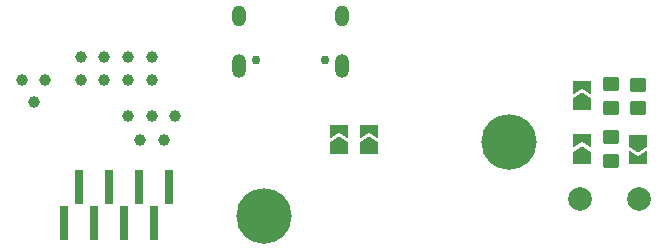
<source format=gbs>
G04 #@! TF.GenerationSoftware,KiCad,Pcbnew,8.0.8-8.0.8-0~ubuntu22.04.1*
G04 #@! TF.CreationDate,2025-01-23T17:55:28+01:00*
G04 #@! TF.ProjectId,kicad_makespace_tutorial,6b696361-645f-46d6-916b-657370616365,v1*
G04 #@! TF.SameCoordinates,Original*
G04 #@! TF.FileFunction,Soldermask,Bot*
G04 #@! TF.FilePolarity,Negative*
%FSLAX46Y46*%
G04 Gerber Fmt 4.6, Leading zero omitted, Abs format (unit mm)*
G04 Created by KiCad (PCBNEW 8.0.8-8.0.8-0~ubuntu22.04.1) date 2025-01-23 17:55:28*
%MOMM*%
%LPD*%
G01*
G04 APERTURE LIST*
G04 Aperture macros list*
%AMRoundRect*
0 Rectangle with rounded corners*
0 $1 Rounding radius*
0 $2 $3 $4 $5 $6 $7 $8 $9 X,Y pos of 4 corners*
0 Add a 4 corners polygon primitive as box body*
4,1,4,$2,$3,$4,$5,$6,$7,$8,$9,$2,$3,0*
0 Add four circle primitives for the rounded corners*
1,1,$1+$1,$2,$3*
1,1,$1+$1,$4,$5*
1,1,$1+$1,$6,$7*
1,1,$1+$1,$8,$9*
0 Add four rect primitives between the rounded corners*
20,1,$1+$1,$2,$3,$4,$5,0*
20,1,$1+$1,$4,$5,$6,$7,0*
20,1,$1+$1,$6,$7,$8,$9,0*
20,1,$1+$1,$8,$9,$2,$3,0*%
%AMFreePoly0*
4,1,6,1.000000,0.000000,0.500000,-0.750000,-0.500000,-0.750000,-0.500000,0.750000,0.500000,0.750000,1.000000,0.000000,1.000000,0.000000,$1*%
%AMFreePoly1*
4,1,6,0.500000,-0.750000,-0.650000,-0.750000,-0.150000,0.000000,-0.650000,0.750000,0.500000,0.750000,0.500000,-0.750000,0.500000,-0.750000,$1*%
G04 Aperture macros list end*
%ADD10C,2.000000*%
%ADD11C,4.700000*%
%ADD12C,0.750000*%
%ADD13O,1.200000X2.000000*%
%ADD14O,1.200000X1.800000*%
%ADD15C,1.000000*%
%ADD16RoundRect,0.250000X-0.450000X0.350000X-0.450000X-0.350000X0.450000X-0.350000X0.450000X0.350000X0*%
%ADD17FreePoly0,90.000000*%
%ADD18FreePoly1,90.000000*%
%ADD19R,0.650000X3.000000*%
%ADD20FreePoly0,270.000000*%
%ADD21FreePoly1,270.000000*%
G04 APERTURE END LIST*
D10*
G04 #@! TO.C,J1*
X56750000Y-17000000D03*
X61750000Y-17000000D03*
G04 #@! TD*
D11*
G04 #@! TO.C,H1*
X50750000Y-12250000D03*
G04 #@! TD*
D12*
G04 #@! TO.C,USBC1*
X35150000Y-5262500D03*
X29350000Y-5262500D03*
D13*
X36580000Y-5762500D03*
X27920000Y-5762500D03*
D14*
X27920000Y-1582500D03*
X36580000Y-1582500D03*
G04 #@! TD*
D11*
G04 #@! TO.C,H3*
X30000000Y-18500000D03*
G04 #@! TD*
D15*
G04 #@! TO.C,TP11*
X16500000Y-7000000D03*
G04 #@! TD*
G04 #@! TO.C,TP2*
X14500000Y-5000000D03*
G04 #@! TD*
D16*
G04 #@! TO.C,R5*
X59350000Y-7300000D03*
X59350000Y-9300000D03*
G04 #@! TD*
D17*
G04 #@! TO.C,JP5*
X36350000Y-12725000D03*
D18*
X36350000Y-11275000D03*
G04 #@! TD*
D15*
G04 #@! TO.C,TP5*
X18500000Y-5000000D03*
G04 #@! TD*
G04 #@! TO.C,TP17*
X10500000Y-8800000D03*
G04 #@! TD*
D17*
G04 #@! TO.C,JP3*
X56900000Y-9025000D03*
D18*
X56900000Y-7575000D03*
G04 #@! TD*
D15*
G04 #@! TO.C,TP7*
X21500000Y-12000000D03*
G04 #@! TD*
D19*
G04 #@! TO.C,J2*
X21995000Y-16050000D03*
X20725000Y-19050000D03*
X19455000Y-16050000D03*
X18185000Y-19050000D03*
X16915000Y-16050000D03*
X15645000Y-19050000D03*
X14375000Y-16050000D03*
X13105000Y-19050000D03*
G04 #@! TD*
D15*
G04 #@! TO.C,TP10*
X18500000Y-10000000D03*
G04 #@! TD*
G04 #@! TO.C,TP16*
X9500000Y-7000000D03*
G04 #@! TD*
G04 #@! TO.C,TP1*
X19500000Y-12000000D03*
G04 #@! TD*
D17*
G04 #@! TO.C,JP4*
X38900000Y-12725000D03*
D18*
X38900000Y-11275000D03*
G04 #@! TD*
D16*
G04 #@! TO.C,R4*
X61700000Y-7350000D03*
X61700000Y-9350000D03*
G04 #@! TD*
D15*
G04 #@! TO.C,TP9*
X22500000Y-10000000D03*
G04 #@! TD*
G04 #@! TO.C,TP12*
X20500000Y-5000000D03*
G04 #@! TD*
D17*
G04 #@! TO.C,JP2*
X56900000Y-13525000D03*
D18*
X56900000Y-12075000D03*
G04 #@! TD*
D15*
G04 #@! TO.C,TP6*
X18500000Y-7000000D03*
G04 #@! TD*
G04 #@! TO.C,TP8*
X20500000Y-10000000D03*
G04 #@! TD*
G04 #@! TO.C,TP15*
X11500000Y-7000000D03*
G04 #@! TD*
G04 #@! TO.C,TP4*
X20500000Y-7000000D03*
G04 #@! TD*
D20*
G04 #@! TO.C,JP1*
X61700000Y-12125000D03*
D21*
X61700000Y-13575000D03*
G04 #@! TD*
D15*
G04 #@! TO.C,TP3*
X16500000Y-5000000D03*
G04 #@! TD*
D16*
G04 #@! TO.C,R6*
X59350000Y-11800000D03*
X59350000Y-13800000D03*
G04 #@! TD*
D15*
G04 #@! TO.C,TP13*
X14500000Y-7000000D03*
G04 #@! TD*
M02*

</source>
